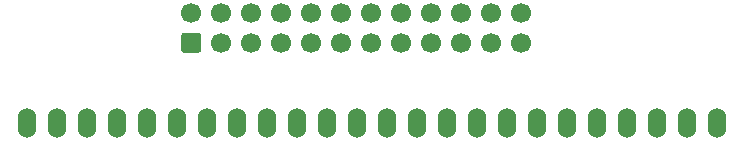
<source format=gbs>
G04 #@! TF.GenerationSoftware,KiCad,Pcbnew,(5.1.10)-1*
G04 #@! TF.CreationDate,2021-10-24T19:08:20-07:00*
G04 #@! TF.ProjectId,Atari130MX-adapter,41746172-6931-4333-904d-582d61646170,rev?*
G04 #@! TF.SameCoordinates,Original*
G04 #@! TF.FileFunction,Soldermask,Bot*
G04 #@! TF.FilePolarity,Negative*
%FSLAX46Y46*%
G04 Gerber Fmt 4.6, Leading zero omitted, Abs format (unit mm)*
G04 Created by KiCad (PCBNEW (5.1.10)-1) date 2021-10-24 19:08:20*
%MOMM*%
%LPD*%
G01*
G04 APERTURE LIST*
%ADD10O,1.524000X2.540000*%
%ADD11C,1.700000*%
G04 APERTURE END LIST*
D10*
X160820000Y-28040000D03*
X158280000Y-28040000D03*
X155740000Y-28040000D03*
X153200000Y-28040000D03*
X150660000Y-28040000D03*
X148120000Y-28040000D03*
X145580000Y-28040000D03*
X143040000Y-28040000D03*
X140500000Y-28040000D03*
X137960000Y-28040000D03*
X135420000Y-28040000D03*
X132880000Y-28040000D03*
X130340000Y-28040000D03*
X127800000Y-28040000D03*
X125260000Y-28040000D03*
X122720000Y-28040000D03*
X120180000Y-28040000D03*
X117640000Y-28040000D03*
X115100000Y-28040000D03*
X112560000Y-28040000D03*
X110020000Y-28040000D03*
X107480000Y-28040000D03*
X104940000Y-28040000D03*
X102400000Y-28040000D03*
D11*
X144270000Y-18740000D03*
X141730000Y-18740000D03*
X139190000Y-18740000D03*
X136650000Y-18740000D03*
X134110000Y-18740000D03*
X131570000Y-18740000D03*
X129030000Y-18740000D03*
X126490000Y-18740000D03*
X123950000Y-18740000D03*
X121410000Y-18740000D03*
X118870000Y-18740000D03*
X116330000Y-18740000D03*
X144270000Y-21280000D03*
X141730000Y-21280000D03*
X139190000Y-21280000D03*
X136650000Y-21280000D03*
X134110000Y-21280000D03*
X131570000Y-21280000D03*
X129030000Y-21280000D03*
X126490000Y-21280000D03*
X123950000Y-21280000D03*
X121410000Y-21280000D03*
X118870000Y-21280000D03*
G36*
G01*
X116930000Y-22130000D02*
X115730000Y-22130000D01*
G75*
G02*
X115480000Y-21880000I0J250000D01*
G01*
X115480000Y-20680000D01*
G75*
G02*
X115730000Y-20430000I250000J0D01*
G01*
X116930000Y-20430000D01*
G75*
G02*
X117180000Y-20680000I0J-250000D01*
G01*
X117180000Y-21880000D01*
G75*
G02*
X116930000Y-22130000I-250000J0D01*
G01*
G37*
M02*

</source>
